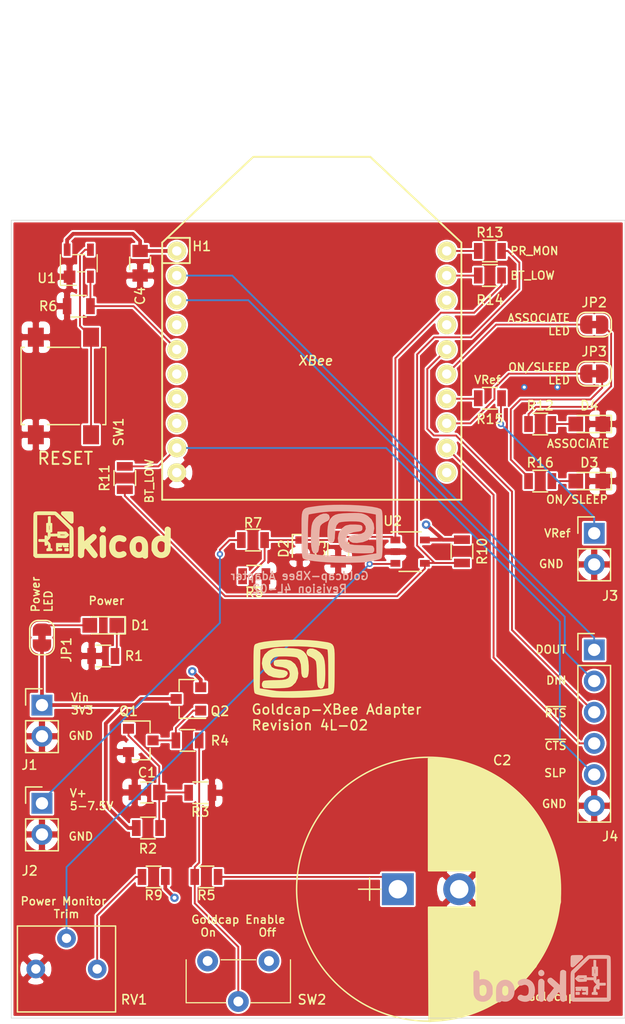
<source format=kicad_pcb>
(kicad_pcb (version 20171130) (host pcbnew "(5.1.5)-3")
  (layers (0 F.Cu signal) (1 In1.Cu power) (2 In2.Cu power) (31 B.Cu signal) (34 B.Paste user) (35 F.Paste user) (36 B.SilkS user) (37 F.SilkS user) (38 B.Mask user) (39 F.Mask user) (44 Edge.Cuts user))
  (net 0 "")
  (net 1 "Net-(C1-Pad1)")
  (net 2 GND)
  (net 3 "Net-(C2-Pad1)")
  (net 4 /PWR_MON)
  (net 5 /VCC)
  (net 6 "Net-(D1-Pad1)")
  (net 7 /VIN_3V3)
  (net 8 /XBEE_DOUT)
  (net 9 /XBEE_DIN)
  (net 10 /~XBEE_CTS)
  (net 11 "Net-(H1-Pad13)")
  (net 12 "Net-(H1-Pad14)")
  (net 13 /~XBEE_RTS)
  (net 14 "Net-(H1-Pad19)")
  (net 15 "Net-(H1-Pad20)")
  (net 16 /Vb)
  (net 17 /VREF)
  (net 18 "Net-(Q1-Pad3)")
  (net 19 /Vref)
  (net 20 /SLEEP_REQ)
  (net 21 /~BATT_LOW~)
  (net 22 "Net-(D1-Pad2)")
  (net 23 /ON)
  (net 24 /ASSOCIATE)
  (net 25 "Net-(H1-Pad15)")
  (net 26 /~RESET)
  (net 27 "Net-(R9-Pad2)")
  (net 28 "Net-(SW1-Pad2)")
  (net 29 "Net-(JP2-Pad2)")
  (net 30 "Net-(JP3-Pad2)")
  (net 31 "Net-(R4-Pad2)")
  (module GoldCap-Check:MyBasic_rounded_50_1 (layer B.Cu) (at 127 75.5 180)
    (fp_text reference G*** hide)
    (fp_text value LOGO hide)
  )
  (module GoldCap-Check:KiCad-Logo (layer B.Cu) (at 143.25 111.75 180)
    (fp_text reference G*** hide)
    (fp_text value LOGO hide)
  )
  (module GoldCap-Check:KiCad-Logo (layer F.Cu) (at 107.4 75.6)
    (fp_text reference G*** hide)
    (fp_text value LOGO hide)
  )
  (module GoldCap-Check:MyBasic_rounded_50_1 (layer F.Cu) (at 123 86.5)
    (fp_text reference G*** hide)
    (fp_text value LOGO hide)
  )
  (module GoldCap-Check:SPST-CL-SB-12C01 (layer F.Cu) (at 118.5 112)
    (fp_text reference SW2 (at 6 1.5) (layer F.SilkS) (effects (font (size 0.762 0.762) (thickness 0.127))))
    (fp_text value SW_SPDT)
    (pad 3 thru_hole circle (at 2.5 -1.65) (size 1.7 1.7) (drill 0.8) (layers *.Cu *.Mask))
    (pad 2 thru_hole circle (at 0 1.65) (size 1.7 1.7) (drill 0.8) (layers *.Cu *.Mask) (net 31 "Net-(R4-Pad2)"))
    (pad 1 thru_hole circle (at -2.5 -1.65) (size 1.7 1.7) (drill 0.8) (layers *.Cu *.Mask) (net 5 /VCC))
  )
  (module GoldCap-Check:SGM811B (layer F.Cu) (at 105.5 53.5)
    (fp_text reference U1 (at -2.6162 1.2192) (layer F.SilkS) (effects (font (size 0.762 0.762) (thickness 0.127))))
    (fp_text value SGM811)
    (pad 4 smd rect (at -0.95 -1.1) (size 0.55 1) (layers F.Cu F.Paste F.Mask) (net 5 /VCC))
    (pad 3 smd rect (at 0.95 -1.1) (size 0.55 1) (layers F.Cu F.Paste F.Mask) (net 28 "Net-(SW1-Pad2)"))
    (pad 2 smd rect (at 0.95 1.1) (size 0.55 1) (layers F.Cu F.Paste F.Mask) (net 26 /~RESET))
    (pad 1 smd rect (at -0.75 1.1) (size 0.95 1) (layers F.Cu F.Paste F.Mask) (net 2 GND))
  )
  (module Buttons_Switches_SMD:SW_SPST_B3S-1000 (layer F.Cu) (at 104.25 63.5 90)
    (fp_text reference SW1 (at -3.75 4.5 90) (layer F.SilkS) (effects (font (size 0.762 0.762) (thickness 0.127))))
    (fp_text value Reset)
    (pad 1 smd rect (at -3.975 -2.25 90) (size 1.55 1.3) (layers F.Cu F.Paste F.Mask) (net 2 GND))
    (pad 1 smd rect (at 3.975 -2.25 90) (size 1.55 1.3) (layers F.Cu F.Paste F.Mask) (net 2 GND))
    (pad 2 smd rect (at -3.975 2.25 90) (size 1.55 1.3) (layers F.Cu F.Paste F.Mask) (net 28 "Net-(SW1-Pad2)"))
    (pad 2 smd rect (at 3.975 2.25 90) (size 1.55 1.3) (layers F.Cu F.Paste F.Mask) (net 28 "Net-(SW1-Pad2)"))
  )
  (module Resistors_SMD:R_0805 (layer F.Cu) (at 143.1 66.6 180)
    (fp_text reference R12 (at 0 1.5) (layer F.SilkS) (effects (font (size 0.762 0.762) (thickness 0.127))))
    (fp_text value 680Ω)
    (pad 1 smd rect (at -0.95 0 180) (size 0.7 1.3) (layers F.Cu F.Paste F.Mask) (net 24 /ASSOCIATE))
    (pad 2 smd rect (at 0.95 0 180) (size 0.7 1.3) (layers F.Cu F.Paste F.Mask) (net 29 "Net-(JP2-Pad2)"))
  )
  (module Resistors_SMD:R_0805 (layer F.Cu) (at 136.723 76.9724 270)
    (fp_text reference R10 (at 0 -1.65 90) (layer F.SilkS) (effects (font (size 0.762 0.762) (thickness 0.127))))
    (fp_text value 10kΩ)
    (pad 1 smd rect (at -0.95 0 270) (size 0.7 1.3) (layers F.Cu F.Paste F.Mask) (net 5 /VCC))
    (pad 2 smd rect (at 0.95 0 270) (size 0.7 1.3) (layers F.Cu F.Paste F.Mask) (net 21 /~BATT_LOW~))
  )
  (module Resistors_SMD:R_0805 (layer F.Cu) (at 105.5 57 180)
    (fp_text reference R6 (at 2.5 0) (layer F.SilkS) (effects (font (size 0.762 0.762) (thickness 0.127))))
    (fp_text value 100kΩ)
    (pad 1 smd rect (at -0.95 0 180) (size 0.7 1.3) (layers F.Cu F.Paste F.Mask) (net 26 /~RESET))
    (pad 2 smd rect (at 0.95 0 180) (size 0.7 1.3) (layers F.Cu F.Paste F.Mask) (net 2 GND))
  )
  (module Jumper:SolderJumper-2_P1.3mm_Bridged_RoundedPad1.0x1.5mm (layer F.Cu) (at 147.5 62.5)
    (fp_text reference JP3 (at 0 -1.8) (layer F.SilkS) (effects (font (size 0.762 0.762) (thickness 0.127))))
    (fp_text value ON)
    (fp_poly (pts (xy 0.25 -0.3) (xy -0.25 -0.3) (xy -0.25 0.3) (xy 0.25 0.3)) (layer F.Cu) (width 0))
    (pad 1 smd custom (at -0.65 0) (size 1 0.5) (layers F.Cu F.Mask) (net 11 "Net-(H1-Pad13)") (options (clearance outline) (anchor rect)) (primitives (gr_circle (center 0 0.25) (end 0.5 0.25) (width 0)) (gr_circle (center 0 -0.25) (end 0.5 -0.25) (width 0)) (gr_poly (pts (xy 0 -0.75) (xy 0.5 -0.75) (xy 0.5 0.75) (xy 0 0.75)) (width 0))))
    (pad 2 smd custom (at 0.65 0) (size 1 0.5) (layers F.Cu F.Mask) (net 30 "Net-(JP3-Pad2)") (options (clearance outline) (anchor rect)) (primitives (gr_circle (center 0 0.25) (end 0.5 0.25) (width 0)) (gr_circle (center 0 -0.25) (end 0.5 -0.25) (width 0)) (gr_poly (pts (xy 0 -0.75) (xy -0.5 -0.75) (xy -0.5 0.75) (xy 0 0.75)) (width 0))))
  )
  (module Jumper:SolderJumper-2_P1.3mm_Bridged_RoundedPad1.0x1.5mm (layer F.Cu) (at 147.5 58.5)
    (fp_text reference JP2 (at 0 -1.8) (layer F.SilkS) (effects (font (size 0.762 0.762) (thickness 0.127))))
    (fp_text value ASSOCIATE_BR)
    (fp_poly (pts (xy 0.25 -0.3) (xy -0.25 -0.3) (xy -0.25 0.3) (xy 0.25 0.3)) (layer F.Cu) (width 0))
    (pad 1 smd custom (at -0.65 0) (size 1 0.5) (layers F.Cu F.Mask) (net 25 "Net-(H1-Pad15)") (options (clearance outline) (anchor rect)) (primitives (gr_circle (center 0 0.25) (end 0.5 0.25) (width 0)) (gr_circle (center 0 -0.25) (end 0.5 -0.25) (width 0)) (gr_poly (pts (xy 0 -0.75) (xy 0.5 -0.75) (xy 0.5 0.75) (xy 0 0.75)) (width 0))))
    (pad 2 smd custom (at 0.65 0) (size 1 0.5) (layers F.Cu F.Mask) (net 29 "Net-(JP2-Pad2)") (options (clearance outline) (anchor rect)) (primitives (gr_circle (center 0 0.25) (end 0.5 0.25) (width 0)) (gr_circle (center 0 -0.25) (end 0.5 -0.25) (width 0)) (gr_poly (pts (xy 0 -0.75) (xy -0.5 -0.75) (xy -0.5 0.75) (xy 0 0.75)) (width 0))))
  )
  (module Jumper:SolderJumper-2_P1.3mm_Bridged_RoundedPad1.0x1.5mm (layer F.Cu) (at 102.5 84 90)
    (fp_text reference JP1 (at -1 2 90) (layer F.SilkS) (effects (font (size 0.762 0.762) (thickness 0.127))))
    (fp_text value "Pwr LED")
    (fp_poly (pts (xy 0.25 -0.3) (xy -0.25 -0.3) (xy -0.25 0.3) (xy 0.25 0.3)) (layer F.Cu) (width 0))
    (pad 1 smd custom (at -0.65 0 90) (size 1 0.5) (layers F.Cu F.Mask) (net 7 /VIN_3V3) (options (clearance outline) (anchor rect)) (primitives (gr_circle (center 0 0.25) (end 0.5 0.25) (width 0)) (gr_circle (center 0 -0.25) (end 0.5 -0.25) (width 0)) (gr_poly (pts (xy 0 -0.75) (xy 0.5 -0.75) (xy 0.5 0.75) (xy 0 0.75)) (width 0))))
    (pad 2 smd custom (at 0.65 0 90) (size 1 0.5) (layers F.Cu F.Mask) (net 22 "Net-(D1-Pad2)") (options (clearance outline) (anchor rect)) (primitives (gr_circle (center 0 0.25) (end 0.5 0.25) (width 0)) (gr_circle (center 0 -0.25) (end 0.5 -0.25) (width 0)) (gr_poly (pts (xy 0 -0.75) (xy -0.5 -0.75) (xy -0.5 0.75) (xy 0 0.75)) (width 0))))
  )
  (module Pin_Headers:Pin_Header_Straight_1x06_Pitch2.54mm (layer F.Cu) (at 147.5 85)
    (fp_text reference J4 (at 1.3 15.2) (layer F.SilkS) (effects (font (size 0.762 0.762) (thickness 0.127))))
    (fp_text value Conn_01x06_Female)
    (pad 1 thru_hole rect (at 0 0) (size 1.7 1.7) (drill 1) (layers *.Cu *.Mask) (net 8 /XBEE_DOUT))
    (pad 2 thru_hole oval (at 0 2.54) (size 1.7 1.7) (drill 1) (layers *.Cu *.Mask) (net 9 /XBEE_DIN))
    (pad 3 thru_hole oval (at 0 5.08) (size 1.7 1.7) (drill 1) (layers *.Cu *.Mask) (net 13 /~XBEE_RTS))
    (pad 4 thru_hole oval (at 0 7.62) (size 1.7 1.7) (drill 1) (layers *.Cu *.Mask) (net 10 /~XBEE_CTS))
    (pad 5 thru_hole oval (at 0 10.16) (size 1.7 1.7) (drill 1) (layers *.Cu *.Mask) (net 20 /SLEEP_REQ))
    (pad 6 thru_hole oval (at 0 12.7) (size 1.7 1.7) (drill 1) (layers *.Cu *.Mask) (net 2 GND))
  )
  (module LEDs:LED_0805 (layer F.Cu) (at 147.1 66.6 180)
    (fp_text reference D4 (at 0 1.5) (layer F.SilkS) (effects (font (size 0.762 0.762) (thickness 0.127))))
    (fp_text value LED)
    (pad 2 smd rect (at 1.1 0) (size 1.2 1.2) (layers F.Cu F.Paste F.Mask) (net 24 /ASSOCIATE))
    (pad 1 smd rect (at -1.1 0) (size 1.2 1.2) (layers F.Cu F.Paste F.Mask) (net 2 GND))
  )
  (module XBee-Adapter:XBEE_S2C (layer F.Cu) (at 124.4854 52.5)
    (fp_text reference H1 (at -8.965001 -0.379801) (layer F.SilkS) (effects (font (size 0.762 0.762) (thickness 0.127))))
    (fp_text value DIGI_XBEE)
    (fp_text user XBee (at 0.3048 8.9408) (layer F.SilkS) (effects (font (size 0.762 0.762) (thickness 0.127) italic)))
    (pad 20 thru_hole circle (at 10.9982 0) (size 1.524 1.524) (drill 0.762) (layers *.Cu *.Mask F.SilkS) (net 15 "Net-(H1-Pad20)"))
    (pad 19 thru_hole circle (at 10.9982 2.0066) (size 1.524 1.524) (drill 0.762) (layers *.Cu *.Mask F.SilkS) (net 14 "Net-(H1-Pad19)"))
    (pad 18 thru_hole circle (at 10.9982 4.0132) (size 1.524 1.524) (drill 0.762) (layers *.Cu *.Mask F.SilkS))
    (pad 17 thru_hole circle (at 10.9982 6.0198) (size 1.524 1.524) (drill 0.762) (layers *.Cu *.Mask F.SilkS))
    (pad 16 thru_hole circle (at 10.9982 8.0264) (size 1.524 1.524) (drill 0.762) (layers *.Cu *.Mask F.SilkS) (net 13 /~XBEE_RTS))
    (pad 15 thru_hole circle (at 10.9982 10.033) (size 1.524 1.524) (drill 0.762) (layers *.Cu *.Mask F.SilkS) (net 25 "Net-(H1-Pad15)"))
    (pad 14 thru_hole circle (at 10.9982 12.0396) (size 1.524 1.524) (drill 0.762) (layers *.Cu *.Mask F.SilkS) (net 12 "Net-(H1-Pad14)"))
    (pad 13 thru_hole circle (at 10.9982 14.0462) (size 1.524 1.524) (drill 0.762) (layers *.Cu *.Mask F.SilkS) (net 11 "Net-(H1-Pad13)"))
    (pad 12 thru_hole circle (at 10.9982 16.0528) (size 1.524 1.524) (drill 0.762) (layers *.Cu *.Mask F.SilkS) (net 10 /~XBEE_CTS))
    (pad 11 thru_hole circle (at 10.9982 18.0594) (size 1.524 1.524) (drill 0.762) (layers *.Cu *.Mask F.SilkS))
    (pad 10 thru_hole circle (at -10.9982 18.0594) (size 1.524 1.524) (drill 0.762) (layers *.Cu *.Mask F.SilkS) (net 2 GND))
    (pad 9 thru_hole circle (at -10.9982 16.0528) (size 1.524 1.524) (drill 0.762) (layers *.Cu *.Mask F.SilkS) (net 20 /SLEEP_REQ))
    (pad 8 thru_hole circle (at -10.9982 14.0462) (size 1.524 1.524) (drill 0.762) (layers *.Cu *.Mask F.SilkS))
    (pad 7 thru_hole circle (at -10.9982 12.0396) (size 1.524 1.524) (drill 0.762) (layers *.Cu *.Mask F.SilkS))
    (pad 6 thru_hole circle (at -10.9982 10.033) (size 1.524 1.524) (drill 0.762) (layers *.Cu *.Mask F.SilkS))
    (pad 5 thru_hole circle (at -10.9982 8.0264) (size 1.524 1.524) (drill 0.762) (layers *.Cu *.Mask F.SilkS) (net 26 /~RESET))
    (pad 4 thru_hole circle (at -10.9982 6.0198) (size 1.524 1.524) (drill 0.762) (layers *.Cu *.Mask F.SilkS))
    (pad 3 thru_hole circle (at -10.9982 4.0132) (size 1.524 1.524) (drill 0.762) (layers *.Cu *.Mask F.SilkS) (net 9 /XBEE_DIN))
    (pad 2 thru_hole circle (at -10.9982 2.0066) (size 1.524 1.524) (drill 0.762) (layers *.Cu *.Mask F.SilkS) (net 8 /XBEE_DOUT))
    (pad 1 thru_hole circle (at -10.9982 0) (size 1.524 1.524) (drill 0.762) (layers *.Cu *.Mask F.SilkS) (net 5 /VCC))
  )
  (module XBee-Adapter:Trimpot_CT6EP (layer F.Cu) (at 104.5 111)
    (fp_text reference RV1 (at 5.5 2.5) (layer F.SilkS) (effects (font (size 0.762 0.762) (thickness 0.127))))
    (fp_text value 10kΩ)
    (pad 3 thru_hole circle (at -2.5 0) (size 1.524 1.524) (drill 0.762) (layers *.Cu *.Mask) (net 2 GND))
    (pad 2 thru_hole circle (at 0 -2.5) (size 1.524 1.524) (drill 0.762) (layers *.Cu *.Mask) (net 19 /Vref))
    (pad 1 thru_hole circle (at 2.5 0) (size 1.524 1.524) (drill 0.762) (layers *.Cu *.Mask) (net 27 "Net-(R9-Pad2)"))
  )
  (module TO_SOT_Packages_SMD:SOT-23 (layer F.Cu) (at 114.4374 88.9978 180)
    (fp_text reference Q2 (at -2.5626 -1.0022) (layer F.SilkS) (effects (font (size 0.762 0.762) (thickness 0.127))))
    (fp_text value IRLML6401)
    (pad 3 smd rect (at 1 0 180) (size 0.9 0.8) (layers F.Cu F.Paste F.Mask) (net 7 /VIN_3V3))
    (pad 2 smd rect (at -1 0.95 180) (size 0.9 0.8) (layers F.Cu F.Paste F.Mask) (net 5 /VCC))
    (pad 1 smd rect (at -1 -0.95 180) (size 0.9 0.8) (layers F.Cu F.Paste F.Mask) (net 18 "Net-(Q1-Pad3)"))
  )
  (module Capacitors_SMD:C_0805 (layer F.Cu) (at 111.0592 96.6178 180)
    (fp_text reference C1 (at 0 1.6178) (layer F.SilkS) (effects (font (size 0.762 0.762) (thickness 0.127))))
    (fp_text value 100nF)
    (pad 1 smd rect (at -1 0 180) (size 1 1.25) (layers F.Cu F.Paste F.Mask) (net 1 "Net-(C1-Pad1)"))
    (pad 2 smd rect (at 1 0 180) (size 1 1.25) (layers F.Cu F.Paste F.Mask) (net 2 GND))
  )
  (module GoldCap-Check:CP_Radial_D21.5mm_P5.00mm (layer F.Cu) (at 131.5 104.5)
    (fp_text reference C2 (at 8.5 -10.5) (layer F.SilkS) (effects (font (size 0.762 0.762) (thickness 0.127))))
    (fp_text value "470mF 5V5")
    (pad 2 thru_hole circle (at 5 0) (size 2.6 2.6) (drill 1.5) (layers *.Cu *.Mask) (net 2 GND))
    (pad 1 thru_hole rect (at 0 0) (size 2.6 2.6) (drill 1.5) (layers *.Cu *.Mask) (net 3 "Net-(C2-Pad1)"))
  )
  (module Capacitors_SMD:C_0805 (layer F.Cu) (at 126.6374 76.7916 270)
    (fp_text reference C3 (at 0 1.4374 90) (layer F.SilkS) (effects (font (size 0.762 0.762) (thickness 0.127))))
    (fp_text value 100nF)
    (pad 2 smd rect (at 1 0 270) (size 1 1.25) (layers F.Cu F.Paste F.Mask) (net 2 GND))
    (pad 1 smd rect (at -1 0 270) (size 1 1.25) (layers F.Cu F.Paste F.Mask) (net 4 /PWR_MON))
  )
  (module Capacitors_SMD:C_0805 (layer F.Cu) (at 110.5 53.5 270)
    (fp_text reference C4 (at 2.667 0 90) (layer F.SilkS) (effects (font (size 0.762 0.762) (thickness 0.127))))
    (fp_text value 100nF)
    (pad 2 smd rect (at 1 0 270) (size 1 1.25) (layers F.Cu F.Paste F.Mask) (net 2 GND))
    (pad 1 smd rect (at -1 0 270) (size 1 1.25) (layers F.Cu F.Paste F.Mask) (net 5 /VCC))
  )
  (module LEDs:LED_0805 (layer F.Cu) (at 107.5 83 180)
    (fp_text reference D1 (at -3 0) (layer F.SilkS) (effects (font (size 0.762 0.762) (thickness 0.127))))
    (fp_text value LED)
    (pad 1 smd rect (at -1.1 0) (size 1.2 1.2) (layers F.Cu F.Paste F.Mask) (net 6 "Net-(D1-Pad1)"))
    (pad 2 smd rect (at 1.1 0) (size 1.2 1.2) (layers F.Cu F.Paste F.Mask) (net 22 "Net-(D1-Pad2)"))
  )
  (module Diodes_SMD:D_SOD-523 (layer F.Cu) (at 123.5 76.75 270)
    (fp_text reference D2 (at 0 1.3 90) (layer F.SilkS) (effects (font (size 0.762 0.762) (thickness 0.127))))
    (fp_text value MM5Z3V3T1G)
    (pad 1 smd rect (at -0.7 0 90) (size 0.6 0.7) (layers F.Cu F.Paste F.Mask) (net 4 /PWR_MON))
    (pad 2 smd rect (at 0.7 0 90) (size 0.6 0.7) (layers F.Cu F.Paste F.Mask) (net 2 GND))
  )
  (module LEDs:LED_0805 (layer F.Cu) (at 147.1 71.25 180)
    (fp_text reference D3 (at 0 1.5) (layer F.SilkS) (effects (font (size 0.762 0.762) (thickness 0.127))))
    (fp_text value LED)
    (pad 2 smd rect (at 1.1 0) (size 1.2 1.2) (layers F.Cu F.Paste F.Mask) (net 23 /ON))
    (pad 1 smd rect (at -1.1 0) (size 1.2 1.2) (layers F.Cu F.Paste F.Mask) (net 2 GND))
  )
  (module Pin_Headers:Pin_Header_Straight_1x02_Pitch2.54mm (layer F.Cu) (at 102.5 97.5)
    (fp_text reference J2 (at -1 5.5) (layer F.SilkS) (effects (font (size 0.762 0.762) (thickness 0.127))))
    (fp_text value 5-7.5V)
    (pad 2 thru_hole oval (at 0 2.54) (size 1.7 1.7) (drill 1) (layers *.Cu *.Mask) (net 2 GND))
    (pad 1 thru_hole rect (at 0 0) (size 1.7 1.7) (drill 1) (layers *.Cu *.Mask) (net 16 /Vb))
  )
  (module Pin_Headers:Pin_Header_Straight_1x02_Pitch2.54mm (layer F.Cu) (at 102.5 89.5)
    (fp_text reference J1 (at -1.016 4.8768) (layer F.SilkS) (effects (font (size 0.762 0.762) (thickness 0.127))))
    (fp_text value "3V3 IN")
    (pad 2 thru_hole oval (at 0 2.54) (size 1.7 1.7) (drill 1) (layers *.Cu *.Mask) (net 2 GND))
    (pad 1 thru_hole rect (at 0 0) (size 1.7 1.7) (drill 1) (layers *.Cu *.Mask) (net 7 /VIN_3V3))
  )
  (module Pin_Headers:Pin_Header_Straight_1x02_Pitch2.54mm (layer F.Cu) (at 147.5 75.5)
    (fp_text reference J3 (at 1.3 5.1) (layer F.SilkS) (effects (font (size 0.762 0.762) (thickness 0.127))))
    (fp_text value VREF)
    (pad 1 thru_hole rect (at 0 0) (size 1.7 1.7) (drill 1) (layers *.Cu *.Mask) (net 17 /VREF))
    (pad 2 thru_hole oval (at 0 2.54) (size 1.7 1.7) (drill 1) (layers *.Cu *.Mask) (net 2 GND))
  )
  (module TO_SOT_Packages_SMD:SOT-23 (layer F.Cu) (at 110.5512 92.376)
    (fp_text reference Q1 (at -0.9906 -2.376) (layer F.SilkS) (effects (font (size 0.762 0.762) (thickness 0.127))))
    (fp_text value BC847)
    (pad 1 smd rect (at -1 -0.95) (size 0.9 0.8) (layers F.Cu F.Paste F.Mask) (net 1 "Net-(C1-Pad1)"))
    (pad 2 smd rect (at -1 0.95) (size 0.9 0.8) (layers F.Cu F.Paste F.Mask) (net 2 GND))
    (pad 3 smd rect (at 1 0) (size 0.9 0.8) (layers F.Cu F.Paste F.Mask) (net 18 "Net-(Q1-Pad3)"))
  )
  (module Resistors_SMD:R_0805 (layer F.Cu) (at 107.5 85.5 180)
    (fp_text reference R1 (at -2.5 0) (layer F.SilkS) (effects (font (size 0.762 0.762) (thickness 0.127))))
    (fp_text value 680Ω)
    (pad 1 smd rect (at -0.95 0 180) (size 0.7 1.3) (layers F.Cu F.Paste F.Mask) (net 6 "Net-(D1-Pad1)"))
    (pad 2 smd rect (at 0.95 0 180) (size 0.7 1.3) (layers F.Cu F.Paste F.Mask) (net 2 GND))
  )
  (module Resistors_SMD:R_0805 (layer F.Cu) (at 111.1354 99.5134 180)
    (fp_text reference R2 (at 0 -1.6866) (layer F.SilkS) (effects (font (size 0.762 0.762) (thickness 0.127))))
    (fp_text value 470kΩ)
    (pad 2 smd rect (at 0.95 0 180) (size 0.7 1.3) (layers F.Cu F.Paste F.Mask) (net 7 /VIN_3V3))
    (pad 1 smd rect (at -0.95 0 180) (size 0.7 1.3) (layers F.Cu F.Paste F.Mask) (net 1 "Net-(C1-Pad1)"))
  )
  (module Resistors_SMD:R_0805 (layer F.Cu) (at 115.4026 96.6432)
    (fp_text reference R3 (at -0.0026 1.5568) (layer F.SilkS) (effects (font (size 0.762 0.762) (thickness 0.127))))
    (fp_text value 100kΩ)
    (pad 1 smd rect (at -0.95 0) (size 0.7 1.3) (layers F.Cu F.Paste F.Mask) (net 1 "Net-(C1-Pad1)"))
    (pad 2 smd rect (at 0.95 0) (size 0.7 1.3) (layers F.Cu F.Paste F.Mask) (net 2 GND))
  )
  (module Resistors_SMD:R_0805 (layer F.Cu) (at 114.3612 92.376)
    (fp_text reference R4 (at 2.6388 0.024) (layer F.SilkS) (effects (font (size 0.762 0.762) (thickness 0.127))))
    (fp_text value 100kΩ)
    (pad 1 smd rect (at -0.95 0) (size 0.7 1.3) (layers F.Cu F.Paste F.Mask) (net 18 "Net-(Q1-Pad3)"))
    (pad 2 smd rect (at 0.95 0) (size 0.7 1.3) (layers F.Cu F.Paste F.Mask) (net 31 "Net-(R4-Pad2)"))
  )
  (module Resistors_SMD:R_0805 (layer F.Cu) (at 115.9 103.5)
    (fp_text reference R5 (at 0 1.5) (layer F.SilkS) (effects (font (size 0.762 0.762) (thickness 0.127))))
    (fp_text value 33Ω)
    (pad 2 smd rect (at 0.95 0) (size 0.7 1.3) (layers F.Cu F.Paste F.Mask) (net 3 "Net-(C2-Pad1)"))
    (pad 1 smd rect (at -0.95 0) (size 0.7 1.3) (layers F.Cu F.Paste F.Mask) (net 31 "Net-(R4-Pad2)"))
  )
  (module Resistors_SMD:R_0805 (layer F.Cu) (at 119.6938 76.055)
    (fp_text reference R7 (at 0 -1.397) (layer F.SilkS) (effects (font (size 0.762 0.762) (thickness 0.127))))
    (fp_text value 100kΩ)
    (pad 2 smd rect (at 0.95 0) (size 0.7 1.3) (layers F.Cu F.Paste F.Mask) (net 4 /PWR_MON))
    (pad 1 smd rect (at -0.95 0) (size 0.7 1.3) (layers F.Cu F.Paste F.Mask) (net 16 /Vb))
  )
  (module Resistors_SMD:R_0805 (layer F.Cu) (at 119.8 79)
    (fp_text reference R8 (at 0 1.3208) (layer F.SilkS) (effects (font (size 0.762 0.762) (thickness 0.127))))
    (fp_text value 100kΩ)
    (pad 1 smd rect (at -0.95 0) (size 0.7 1.3) (layers F.Cu F.Paste F.Mask) (net 4 /PWR_MON))
    (pad 2 smd rect (at 0.95 0) (size 0.7 1.3) (layers F.Cu F.Paste F.Mask) (net 2 GND))
  )
  (module Resistors_SMD:R_0805 (layer F.Cu) (at 111.6 103.5 180)
    (fp_text reference R9 (at 0 -1.5) (layer F.SilkS) (effects (font (size 0.762 0.762) (thickness 0.127))))
    (fp_text value 0Ω)
    (pad 2 smd rect (at 0.95 0 180) (size 0.7 1.3) (layers F.Cu F.Paste F.Mask) (net 27 "Net-(R9-Pad2)"))
    (pad 1 smd rect (at -0.95 0 180) (size 0.7 1.3) (layers F.Cu F.Paste F.Mask) (net 5 /VCC))
  )
  (module Resistors_SMD:R_0805 (layer F.Cu) (at 109.25 71 270)
    (fp_text reference R11 (at 0 1.65 90) (layer F.SilkS) (effects (font (size 0.762 0.762) (thickness 0.127))))
    (fp_text value 0Ω)
    (pad 1 smd rect (at -0.95 0 270) (size 0.7 1.3) (layers F.Cu F.Paste F.Mask) (net 20 /SLEEP_REQ))
    (pad 2 smd rect (at 0.95 0 270) (size 0.7 1.3) (layers F.Cu F.Paste F.Mask) (net 21 /~BATT_LOW~))
  )
  (module Resistors_SMD:R_0805 (layer F.Cu) (at 139 52.5 180)
    (fp_text reference R13 (at 0 1.5) (layer F.SilkS) (effects (font (size 0.762 0.762) (thickness 0.127))))
    (fp_text value 0Ω)
    (pad 2 smd rect (at 0.95 0 180) (size 0.7 1.3) (layers F.Cu F.Paste F.Mask) (net 15 "Net-(H1-Pad20)"))
    (pad 1 smd rect (at -0.95 0 180) (size 0.7 1.3) (layers F.Cu F.Paste F.Mask) (net 21 /~BATT_LOW~))
  )
  (module Resistors_SMD:R_0805 (layer F.Cu) (at 139 54.5 180)
    (fp_text reference R14 (at 0 -2) (layer F.SilkS) (effects (font (size 0.762 0.762) (thickness 0.127))))
    (fp_text value 0Ω)
    (pad 2 smd rect (at 0.95 0 180) (size 0.7 1.3) (layers F.Cu F.Paste F.Mask) (net 14 "Net-(H1-Pad19)"))
    (pad 1 smd rect (at -0.95 0 180) (size 0.7 1.3) (layers F.Cu F.Paste F.Mask) (net 4 /PWR_MON))
  )
  (module Resistors_SMD:R_0805 (layer F.Cu) (at 139 64.5 180)
    (fp_text reference R15 (at 0 -1.7) (layer F.SilkS) (effects (font (size 0.762 0.762) (thickness 0.127))))
    (fp_text value 0Ω)
    (pad 1 smd rect (at -0.95 0 180) (size 0.7 1.3) (layers F.Cu F.Paste F.Mask) (net 17 /VREF))
    (pad 2 smd rect (at 0.95 0 180) (size 0.7 1.3) (layers F.Cu F.Paste F.Mask) (net 12 "Net-(H1-Pad14)"))
  )
  (module Resistors_SMD:R_0805 (layer F.Cu) (at 143.1 71.25 180)
    (fp_text reference R16 (at 0 1.5) (layer F.SilkS) (effects (font (size 0.762 0.762) (thickness 0.127))))
    (fp_text value 680Ω)
    (pad 2 smd rect (at 0.95 0 180) (size 0.7 1.3) (layers F.Cu F.Paste F.Mask) (net 30 "Net-(JP3-Pad2)"))
    (pad 1 smd rect (at -0.95 0 180) (size 0.7 1.3) (layers F.Cu F.Paste F.Mask) (net 23 /ON))
  )
  (module XBee-Adapter:SOT-25 (layer F.Cu) (at 132.5 76.9978)
    (fp_text reference U2 (at -1.421 -2.4978) (layer F.SilkS) (effects (font (size 0.762 0.762) (thickness 0.127))))
    (fp_text value LMV331)
    (pad 5 smd rect (at 1.2 -0.95) (size 0.8 0.55) (layers F.Cu F.Paste F.Mask) (net 5 /VCC))
    (pad 4 smd rect (at 1.2 0.95) (size 0.8 0.55) (layers F.Cu F.Paste F.Mask) (net 21 /~BATT_LOW~))
    (pad 3 smd rect (at -1.2 0.95) (size 0.8 0.55) (layers F.Cu F.Paste F.Mask) (net 19 /Vref))
    (pad 2 smd rect (at -1.2 0) (size 0.8 0.55) (layers F.Cu F.Paste F.Mask) (net 2 GND))
    (pad 1 smd rect (at -1.2 -0.95) (size 0.8 0.55) (layers F.Cu F.Paste F.Mask) (net 4 /PWR_MON))
  )
  (gr_text VRef (at 138.8 63) (layer F.SilkS) (effects (font (size 0.65 0.65) (thickness 0.12))))
  (gr_text RESET (at 104.4 69.4) (layer F.SilkS) (effects (font (size 1 1))))
  (gr_text Goldcap (at 144 113.25) (layer F.SilkS) (effects (font (size 0.65 0.65) (thickness 0.12))))
  (gr_text "ASSOCIATE\nLED" (at 145.6 58.5) (layer F.SilkS) (effects (font (size 0.65 0.65) (thickness 0.12)) (justify right)))
  (gr_text "ON/SLEEP\nLED" (at 145.6 62.5) (layer F.SilkS) (effects (font (size 0.65 0.65) (thickness 0.12)) (justify right)))
  (gr_text "Power \nLED" (at 102.5 82 90) (layer F.SilkS) (effects (font (size 0.65 0.65) (thickness 0.12)) (justify left)))
  (gr_text ASSOCIATE (at 146.2 68.2) (layer F.SilkS) (effects (font (size 0.65 0.65) (thickness 0.12))))
  (gr_text Goldcap (at 138 98) (layer F.SilkS) (effects (font (size 0.65 0.65) (thickness 0.12))))
  (gr_text "Goldcap Enable\nOn       Off" (at 118.5 107.5) (layer F.SilkS) (effects (font (size 0.65 0.65) (thickness 0.12))))
  (gr_text GND (at 145.311743 97.5468) (layer F.SilkS) (effects (font (size 0.65 0.65) (thickness 0.12)) (justify right)))
  (gr_text "Goldcap-XBee Adapter\nRevision 4L-02" (at 119.5 90.5) (layer F.SilkS) (effects (font (size 0.8 0.8) (thickness 0.13)) (justify left)))
  (gr_text "Goldcap-XBee Adapter\nRevision 4L-02" (at 123.5 79.5) (layer B.SilkS) (effects (font (size 0.65 0.65) (thickness 0.12)) (justify mirror)))
  (gr_text BT_LOW (at 111.25 71.25 90) (layer F.SilkS) (effects (font (size 0.65 0.65) (thickness 0.12))))
  (gr_text PR_MON (at 140.6 52.5) (layer F.SilkS) (effects (font (size 0.65 0.65) (thickness 0.12)) (justify left)))
  (gr_text BT_LOW (at 140.6 54.5) (layer F.SilkS) (effects (font (size 0.65 0.65) (thickness 0.12)) (justify left)))
  (gr_text GND (at 104.6 100.2) (layer F.SilkS) (effects (font (size 0.65 0.65) (thickness 0.12)) (justify left)))
  (gr_text "Power Monitor \nTrim" (at 104.5 106) (layer F.SilkS) (effects (font (size 0.65 0.65) (thickness 0.12))))
  (gr_text Power (at 107.75 81) (layer F.SilkS) (effects (font (size 0.65 0.65) (thickness 0.12))))
  (gr_text SLP (at 145.311743 95.0322) (layer F.SilkS) (effects (font (size 0.65 0.65) (thickness 0.12)) (justify right)))
  (gr_text ~CTS~ (at 145.311743 92.820495) (layer F.SilkS) (effects (font (size 0.65 0.65) (thickness 0.12)) (justify right)))
  (gr_text ~RTS~ (at 145.311743 90.1554) (layer F.SilkS) (effects (font (size 0.65 0.65) (thickness 0.12)) (justify right)))
  (gr_text DIN (at 145.311743 87.490305) (layer F.SilkS) (effects (font (size 0.65 0.65) (thickness 0.12)) (justify right)))
  (gr_text DOUT (at 145.311743 84.9738) (layer F.SilkS) (effects (font (size 0.65 0.65) (thickness 0.12)) (justify right)))
  (gr_text "V+\n5-7.5V" (at 104.6998 97.2) (layer F.SilkS) (effects (font (size 0.65 0.65) (thickness 0.12)) (justify left)))
  (gr_text GND (at 104.6 92) (layer F.SilkS) (effects (font (size 0.65 0.65) (thickness 0.12)) (justify left)))
  (gr_text "Vin\n3V3" (at 104.8 89.4) (layer F.SilkS) (effects (font (size 0.65 0.65) (thickness 0.12)) (justify left)))
  (gr_text ON/SLEEP (at 146.1 72.75) (layer F.SilkS) (effects (font (size 0.65 0.65) (thickness 0.12))))
  (gr_text GND (at 144 78) (layer F.SilkS) (effects (font (size 0.65 0.65) (thickness 0.12))))
  (gr_text VRef (at 144.5 75.5) (layer F.SilkS) (effects (font (size 0.65 0.65) (thickness 0.12))))
  (gr_line (start 100 115) (end 100 50) (layer Edge.Cuts) (width 0.05))
  (gr_line (start 150 115) (end 100 115) (layer Edge.Cuts) (width 0.05))
  (gr_line (start 150 50) (end 150 115) (layer Edge.Cuts) (width 0.05))
  (gr_line (start 100 50) (end 150 50) (layer Edge.Cuts) (width 0.05))
  (segment (start 112.0592 94.4864) (end 112.0592 95.8404) (width 0.1524) (layer F.Cu) (net 1))
  (segment (start 112.0592 95.8404) (end 112.0592 96.6178) (width 0.1524) (layer F.Cu) (net 1))
  (segment (start 109.5512 91.9784) (end 112.0592 94.4864) (width 0.1524) (layer F.Cu) (net 1))
  (segment (start 109.5512 91.426) (end 109.5512 91.9784) (width 0.1524) (layer F.Cu) (net 1))
  (segment (start 114.4272 96.6178) (end 114.4526 96.6432) (width 0.1524) (layer F.Cu) (net 1))
  (segment (start 112.0592 96.6178) (end 114.4272 96.6178) (width 0.1524) (layer F.Cu) (net 1))
  (segment (start 112.0592 99.4872) (end 112.0854 99.5134) (width 0.1524) (layer F.Cu) (net 1))
  (segment (start 112.0592 96.6178) (end 112.0592 99.4872) (width 0.1524) (layer F.Cu) (net 1))
  (via (at 141.8 63.6) (size 0.508) (drill 0.254) (layers F.Cu B.Cu) (net 2))
  (via (at 144.5 63.6) (size 0.508) (drill 0.254) (layers F.Cu B.Cu) (net 2))
  (segment (start 130.5 103.5) (end 131.5 104.5) (width 0.1524) (layer F.Cu) (net 3))
  (segment (start 116.85 103.5) (end 130.5 103.5) (width 0.1524) (layer F.Cu) (net 3))
  (segment (start 123.495 76.055) (end 123.5 76.05) (width 0.1524) (layer F.Cu) (net 4))
  (segment (start 120.6438 76.055) (end 123.495 76.055) (width 0.1524) (layer F.Cu) (net 4))
  (segment (start 126.379 76.05) (end 126.6374 75.7916) (width 0.1524) (layer F.Cu) (net 4))
  (segment (start 123.5 76.05) (end 126.379 76.05) (width 0.1524) (layer F.Cu) (net 4))
  (segment (start 131.0438 75.7916) (end 131.3 76.0478) (width 0.1524) (layer F.Cu) (net 4))
  (segment (start 126.6374 75.7916) (end 131.0438 75.7916) (width 0.1524) (layer F.Cu) (net 4))
  (segment (start 135.008111 57.529199) (end 137.723201 57.529199) (width 0.1524) (layer F.Cu) (net 4))
  (segment (start 137.723201 57.529199) (end 139.95 55.3024) (width 0.1524) (layer F.Cu) (net 4))
  (segment (start 131.3 61.23731) (end 135.008111 57.529199) (width 0.1524) (layer F.Cu) (net 4))
  (segment (start 131.3 76.0478) (end 131.3 61.23731) (width 0.1524) (layer F.Cu) (net 4))
  (segment (start 139.95 55.3024) (end 139.95 54.5) (width 0.1524) (layer F.Cu) (net 4))
  (segment (start 119.3524 79) (end 118.85 79) (width 0.1524) (layer F.Cu) (net 4))
  (segment (start 120.6438 77.7086) (end 119.3524 79) (width 0.1524) (layer F.Cu) (net 4))
  (segment (start 120.6438 76.055) (end 120.6438 77.7086) (width 0.1524) (layer F.Cu) (net 4))
  (segment (start 115.4374 88.0478) (end 115.4374 87.4374) (width 0.3048) (layer F.Cu) (net 5))
  (segment (start 115.4374 87.4374) (end 114.75 86.75) (width 0.3048) (layer F.Cu) (net 5))
  (via (at 114.75 86.75) (size 0.6858) (drill 0.3302) (layers F.Cu B.Cu) (net 5))
  (segment (start 133.7254 76.0224) (end 133.7 76.0478) (width 0.3048) (layer F.Cu) (net 5))
  (segment (start 136.723 76.0224) (end 133.7254 76.0224) (width 0.3048) (layer F.Cu) (net 5))
  (segment (start 113.4872 52.5) (end 113.5 52.5) (width 0.3048) (layer F.Cu) (net 5))
  (segment (start 113.5 52.5) (end 110.5 52.5) (width 0.3048) (layer F.Cu) (net 5))
  (segment (start 135.04378 75.892018) (end 135.174162 76.0224) (width 0.3048) (layer F.Cu) (net 5))
  (via (at 133.8 74.8) (size 0.6858) (drill 0.3302) (layers F.Cu B.Cu) (net 5))
  (segment (start 135.174162 76.0224) (end 136.723 76.0224) (width 0.3048) (layer F.Cu) (net 5))
  (segment (start 133.8 74.8) (end 135.04378 75.892018) (width 0.3048) (layer F.Cu) (net 5))
  (segment (start 104.55 51.5952) (end 105.0452 51.1) (width 0.3048) (layer F.Cu) (net 5))
  (segment (start 104.55 52.4) (end 104.55 51.5952) (width 0.3048) (layer F.Cu) (net 5))
  (segment (start 110.5 51.6952) (end 110.5 52.5) (width 0.3048) (layer F.Cu) (net 5))
  (segment (start 109.9048 51.1) (end 110.5 51.6952) (width 0.3048) (layer F.Cu) (net 5))
  (segment (start 105.0452 51.1) (end 109.9048 51.1) (width 0.3048) (layer F.Cu) (net 5))
  (via (at 113.3 105.2) (size 0.6858) (drill 0.3302) (layers F.Cu B.Cu) (net 5))
  (segment (start 112.55 103.5) (end 112.55 104.45) (width 0.3048) (layer F.Cu) (net 5))
  (segment (start 112.55 104.45) (end 113.3 105.2) (width 0.3048) (layer F.Cu) (net 5))
  (segment (start 108.6 85.35) (end 108.45 85.5) (width 0.1524) (layer F.Cu) (net 6))
  (segment (start 108.6 83) (end 108.6 85.35) (width 0.1524) (layer F.Cu) (net 6))
  (segment (start 102.5 84.65) (end 102.5 89.5) (width 0.3048) (layer F.Cu) (net 7))
  (segment (start 112.6826 88.9978) (end 113.4374 88.9978) (width 0.3048) (layer F.Cu) (net 7))
  (segment (start 110.580758 88.9978) (end 112.6826 88.9978) (width 0.3048) (layer F.Cu) (net 7))
  (segment (start 110.078558 89.5) (end 110.580758 88.9978) (width 0.3048) (layer F.Cu) (net 7))
  (segment (start 102.5 89.5) (end 110.078558 89.5) (width 0.3048) (layer F.Cu) (net 7))
  (segment (start 110.078558 89.5) (end 109.2 89.5) (width 0.3048) (layer F.Cu) (net 7))
  (segment (start 109.2 89.5) (end 107.7 91) (width 0.3048) (layer F.Cu) (net 7))
  (segment (start 107.7 97.6828) (end 109.5306 99.5134) (width 0.3048) (layer F.Cu) (net 7))
  (segment (start 109.5306 99.5134) (end 110.1854 99.5134) (width 0.3048) (layer F.Cu) (net 7))
  (segment (start 107.7 91) (end 107.7 97.6828) (width 0.3048) (layer F.Cu) (net 7))
  (segment (start 118.009 54.5066) (end 114.56483 54.5066) (width 0.1524) (layer B.Cu) (net 8))
  (segment (start 147.5 83.9976) (end 118.009 54.5066) (width 0.1524) (layer B.Cu) (net 8))
  (segment (start 114.56483 54.5066) (end 113.4872 54.5066) (width 0.1524) (layer B.Cu) (net 8))
  (segment (start 147.5 85) (end 147.5 83.9976) (width 0.1524) (layer B.Cu) (net 8))
  (segment (start 147.5 87.54) (end 145.1 85.14) (width 0.1524) (layer B.Cu) (net 9))
  (segment (start 145.1 85.14) (end 145.1 82.3) (width 0.1524) (layer B.Cu) (net 9))
  (segment (start 119.3132 56.5132) (end 113.4872 56.5132) (width 0.1524) (layer B.Cu) (net 9))
  (segment (start 145.1 82.3) (end 119.3132 56.5132) (width 0.1524) (layer B.Cu) (net 9))
  (segment (start 146.297919 92.62) (end 139.3 85.622081) (width 0.1524) (layer F.Cu) (net 10))
  (segment (start 147.5 92.62) (end 146.297919 92.62) (width 0.1524) (layer F.Cu) (net 10))
  (segment (start 139.3 72.3692) (end 135.4836 68.5528) (width 0.1524) (layer F.Cu) (net 10))
  (segment (start 139.3 85.622081) (end 139.3 72.3692) (width 0.1524) (layer F.Cu) (net 10))
  (segment (start 140.538518 62.5) (end 146.35 62.5) (width 0.1524) (layer F.Cu) (net 11))
  (segment (start 146.35 62.5) (end 146.85 62.5) (width 0.1524) (layer F.Cu) (net 11))
  (segment (start 135.4836 66.5462) (end 137.415282 66.5462) (width 0.1524) (layer F.Cu) (net 11))
  (segment (start 139.371399 63.667119) (end 140.538518 62.5) (width 0.1524) (layer F.Cu) (net 11))
  (segment (start 139.371399 64.590083) (end 139.371399 63.667119) (width 0.1524) (layer F.Cu) (net 11))
  (segment (start 137.415282 66.5462) (end 139.371399 64.590083) (width 0.1524) (layer F.Cu) (net 11))
  (segment (start 138.0104 64.5396) (end 138.05 64.5) (width 0.1524) (layer F.Cu) (net 12))
  (segment (start 135.4836 64.5396) (end 138.0104 64.5396) (width 0.1524) (layer F.Cu) (net 12))
  (segment (start 147.5 90.08) (end 140.8 83.38) (width 0.1524) (layer F.Cu) (net 13))
  (segment (start 140.8 83.38) (end 140.8 72.1) (width 0.1524) (layer F.Cu) (net 13))
  (segment (start 136.236801 67.536801) (end 134.436801 67.536801) (width 0.1524) (layer F.Cu) (net 13))
  (segment (start 140.8 72.1) (end 136.236801 67.536801) (width 0.1524) (layer F.Cu) (net 13))
  (segment (start 134.436801 67.536801) (end 133.9 67) (width 0.1524) (layer F.Cu) (net 13))
  (segment (start 133.9 62.11) (end 135.4836 60.5264) (width 0.1524) (layer F.Cu) (net 13))
  (segment (start 133.9 67) (end 133.9 62.11) (width 0.1524) (layer F.Cu) (net 13))
  (segment (start 138.0434 54.5066) (end 138.05 54.5) (width 0.1524) (layer F.Cu) (net 14))
  (segment (start 135.4836 54.5066) (end 138.0434 54.5066) (width 0.1524) (layer F.Cu) (net 14))
  (segment (start 135.4836 52.5) (end 138.05 52.5) (width 0.1524) (layer F.Cu) (net 15))
  (segment (start 102.5 97.5) (end 102.5 97.3) (width 0.1524) (layer B.Cu) (net 16))
  (via (at 117 77.2) (size 0.508) (drill 0.254) (layers F.Cu B.Cu) (net 16))
  (segment (start 102.5 97.3) (end 117 82.8) (width 0.1524) (layer B.Cu) (net 16))
  (segment (start 117 82.8) (end 117 77.2) (width 0.1524) (layer B.Cu) (net 16))
  (segment (start 117.78579 76.055) (end 118.2414 76.055) (width 0.1524) (layer F.Cu) (net 16))
  (segment (start 118.2414 76.055) (end 118.7438 76.055) (width 0.1524) (layer F.Cu) (net 16))
  (segment (start 117 76.84079) (end 117.78579 76.055) (width 0.1524) (layer F.Cu) (net 16))
  (segment (start 117 77.2) (end 117 76.84079) (width 0.1524) (layer F.Cu) (net 16))
  (segment (start 147.5 75.5) (end 147.5 74.2) (width 0.1524) (layer B.Cu) (net 17))
  (via (at 139.9 66.6) (size 0.508) (drill 0.254) (layers F.Cu B.Cu) (net 17))
  (segment (start 147.5 74.2) (end 139.9 66.6) (width 0.1524) (layer B.Cu) (net 17))
  (segment (start 139.9 64.55) (end 139.95 64.5) (width 0.1524) (layer F.Cu) (net 17))
  (segment (start 139.9 66.6) (end 139.9 64.55) (width 0.1524) (layer F.Cu) (net 17))
  (segment (start 113.4112 91.5736) (end 113.4112 92.376) (width 0.1524) (layer F.Cu) (net 18))
  (segment (start 113.4112 91.3716) (end 113.4112 91.5736) (width 0.1524) (layer F.Cu) (net 18))
  (segment (start 114.835 89.9478) (end 113.4112 91.3716) (width 0.1524) (layer F.Cu) (net 18))
  (segment (start 115.4374 89.9478) (end 114.835 89.9478) (width 0.1524) (layer F.Cu) (net 18))
  (segment (start 113.4112 92.376) (end 111.5512 92.376) (width 0.1524) (layer F.Cu) (net 18))
  (via (at 129.2 78) (size 0.508) (drill 0.254) (layers F.Cu B.Cu) (net 19))
  (segment (start 104.5 108.5) (end 104.5 102.7) (width 0.1524) (layer B.Cu) (net 19))
  (segment (start 104.5 102.7) (end 129.2 78) (width 0.1524) (layer B.Cu) (net 19))
  (segment (start 131.2478 78) (end 131.3 77.9478) (width 0.1524) (layer F.Cu) (net 19))
  (segment (start 129.2 78) (end 131.2478 78) (width 0.1524) (layer F.Cu) (net 19))
  (segment (start 111.99 70.05) (end 113.4872 68.5528) (width 0.1524) (layer F.Cu) (net 20))
  (segment (start 109.25 70.05) (end 111.99 70.05) (width 0.1524) (layer F.Cu) (net 20))
  (segment (start 147.5 95.16) (end 144.7 92.36) (width 0.1524) (layer B.Cu) (net 20))
  (segment (start 144.7 92.36) (end 144.7 82.7) (width 0.1524) (layer B.Cu) (net 20))
  (segment (start 130.5528 68.5528) (end 113.4872 68.5528) (width 0.1524) (layer B.Cu) (net 20))
  (segment (start 144.7 82.7) (end 130.5528 68.5528) (width 0.1524) (layer B.Cu) (net 20))
  (segment (start 133.7254 77.9224) (end 133.7 77.9478) (width 0.1524) (layer F.Cu) (net 21))
  (segment (start 136.723 77.9224) (end 133.7254 77.9224) (width 0.1524) (layer F.Cu) (net 21))
  (segment (start 117.426201 80.628601) (end 109.25 72.4524) (width 0.1524) (layer F.Cu) (net 21))
  (segment (start 131.446599 80.628601) (end 117.426201 80.628601) (width 0.1524) (layer F.Cu) (net 21))
  (segment (start 133.7 78.3752) (end 131.446599 80.628601) (width 0.1524) (layer F.Cu) (net 21))
  (segment (start 109.25 72.4524) (end 109.25 71.95) (width 0.1524) (layer F.Cu) (net 21))
  (segment (start 133.7 77.9478) (end 133.7 78.3752) (width 0.1524) (layer F.Cu) (net 21))
  (segment (start 140.4524 52.5) (end 139.95 52.5) (width 0.1524) (layer F.Cu) (net 21))
  (segment (start 141.4 53.4476) (end 140.4524 52.5) (width 0.1524) (layer F.Cu) (net 21))
  (segment (start 136.723 77.9224) (end 134.488118 77.9224) (width 0.1524) (layer F.Cu) (net 21))
  (segment (start 137.464201 59.535799) (end 141.4 55.6) (width 0.1524) (layer F.Cu) (net 21))
  (segment (start 134.464201 59.535799) (end 137.464201 59.535799) (width 0.1524) (layer F.Cu) (net 21))
  (segment (start 141.4 55.6) (end 141.4 53.4476) (width 0.1524) (layer F.Cu) (net 21))
  (segment (start 134.488118 77.9224) (end 133.071399 76.505681) (width 0.1524) (layer F.Cu) (net 21))
  (segment (start 133.071399 76.505681) (end 133.071399 60.928601) (width 0.1524) (layer F.Cu) (net 21))
  (segment (start 133.071399 60.928601) (end 134.464201 59.535799) (width 0.1524) (layer F.Cu) (net 21))
  (segment (start 102.85 83) (end 102.5 83.35) (width 0.1524) (layer F.Cu) (net 22))
  (segment (start 106.4 83) (end 102.85 83) (width 0.1524) (layer F.Cu) (net 22))
  (segment (start 145.2476 71.25) (end 144.05 71.25) (width 0.1524) (layer F.Cu) (net 23))
  (segment (start 146 71.25) (end 145.2476 71.25) (width 0.1524) (layer F.Cu) (net 23))
  (segment (start 146 66.6) (end 144.05 66.6) (width 0.1524) (layer F.Cu) (net 24))
  (segment (start 135.4836 62.533) (end 139.5166 58.5) (width 0.1524) (layer F.Cu) (net 25))
  (segment (start 146.35 58.5) (end 146.85 58.5) (width 0.1524) (layer F.Cu) (net 25))
  (segment (start 139.5166 58.5) (end 146.35 58.5) (width 0.1524) (layer F.Cu) (net 25))
  (segment (start 106.45 54.6) (end 106.45 57) (width 0.1524) (layer F.Cu) (net 26))
  (segment (start 109.9608 57) (end 113.4872 60.5264) (width 0.1524) (layer F.Cu) (net 26))
  (segment (start 106.45 57) (end 109.9608 57) (width 0.1524) (layer F.Cu) (net 26))
  (segment (start 110.1476 103.5) (end 110.65 103.5) (width 0.1524) (layer F.Cu) (net 27))
  (segment (start 107 106.6476) (end 110.1476 103.5) (width 0.1524) (layer F.Cu) (net 27))
  (segment (start 107 111) (end 107 106.6476) (width 0.1524) (layer F.Cu) (net 27))
  (segment (start 106.5 67.475) (end 106.5 59.525) (width 0.1524) (layer F.Cu) (net 28))
  (segment (start 106.5 59.525) (end 106.5 59.5) (width 0.1524) (layer F.Cu) (net 28))
  (segment (start 106.5 59.5) (end 105.6 58.6) (width 0.1524) (layer F.Cu) (net 28))
  (segment (start 106.0226 52.4) (end 106.45 52.4) (width 0.1524) (layer F.Cu) (net 28))
  (segment (start 105.6 52.8226) (end 106.0226 52.4) (width 0.1524) (layer F.Cu) (net 28))
  (segment (start 105.6 58.6) (end 105.6 52.8226) (width 0.1524) (layer F.Cu) (net 28))
  (segment (start 148.87861 59.22861) (end 148.87861 63.52139) (width 0.1524) (layer F.Cu) (net 29))
  (segment (start 148.15 58.5) (end 148.87861 59.22861) (width 0.1524) (layer F.Cu) (net 29))
  (segment (start 148.87861 63.52139) (end 147.2 65.2) (width 0.1524) (layer F.Cu) (net 29))
  (segment (start 142.15 65.7976) (end 142.15 66.6) (width 0.1524) (layer F.Cu) (net 29))
  (segment (start 142.7476 65.2) (end 142.15 65.7976) (width 0.1524) (layer F.Cu) (net 29))
  (segment (start 147.2 65.2) (end 142.7476 65.2) (width 0.1524) (layer F.Cu) (net 29))
  (segment (start 142.15 70.95) (end 140.7 69.5) (width 0.1524) (layer F.Cu) (net 30))
  (segment (start 142.15 71.25) (end 142.15 70.95) (width 0.1524) (layer F.Cu) (net 30))
  (segment (start 140.7 69.5) (end 140.7 65.4) (width 0.1524) (layer F.Cu) (net 30))
  (segment (start 140.7 65.4) (end 141.5 64.6) (width 0.1524) (layer F.Cu) (net 30))
  (segment (start 141.5 64.6) (end 147.2 64.6) (width 0.1524) (layer F.Cu) (net 30))
  (segment (start 148.15 63.65) (end 148.15 62.5) (width 0.1524) (layer F.Cu) (net 30))
  (segment (start 147.2 64.6) (end 148.15 63.65) (width 0.1524) (layer F.Cu) (net 30))
  (segment (start 114.95 105.65) (end 114.95 103.5) (width 0.1524) (layer F.Cu) (net 31))
  (segment (start 118.5 113.65) (end 118.5 109.2) (width 0.1524) (layer F.Cu) (net 31))
  (segment (start 118.5 109.2) (end 114.95 105.65) (width 0.1524) (layer F.Cu) (net 31))
  (segment (start 115.3112 93.1784) (end 115.3112 92.376) (width 0.1524) (layer F.Cu) (net 31))
  (segment (start 115.3112 102.3364) (end 115.3112 93.1784) (width 0.1524) (layer F.Cu) (net 31))
  (segment (start 114.95 102.6976) (end 115.3112 102.3364) (width 0.1524) (layer F.Cu) (net 31))
  (segment (start 114.95 103.5) (end 114.95 102.6976) (width 0.1524) (layer F.Cu) (net 31))
  (zone (net 2) (net_name GND) (layer F.Cu) (connect_pads (clearance 0.1524)) (min_thickness 0.1524) (fill yes (arc_segments 32) (thermal_gap 0.508) (thermal_bridge_width 0.508))
    (polygon (pts (xy 150 115) (xy 100 115) (xy 100 50) (xy 150 50)))
  )
)
</source>
